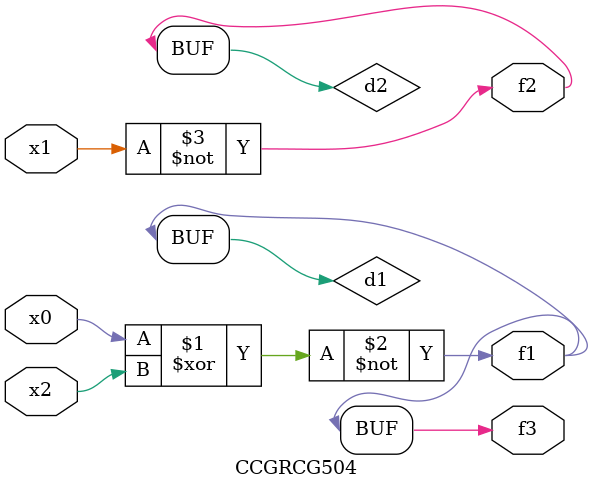
<source format=v>
module CCGRCG504(
	input x0, x1, x2,
	output f1, f2, f3
);

	wire d1, d2, d3;

	xnor (d1, x0, x2);
	nand (d2, x1);
	nor (d3, x1, x2);
	assign f1 = d1;
	assign f2 = d2;
	assign f3 = d1;
endmodule

</source>
